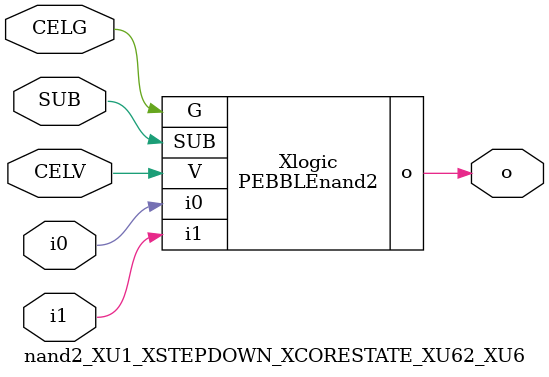
<source format=v>



module PEBBLEnand2 ( o, G, SUB, V, i0, i1 );

  input i0;
  input V;
  input i1;
  input G;
  output o;
  input SUB;
endmodule

//Celera Confidential Do Not Copy nand2_XU1_XSTEPDOWN_XCORESTATE_XU62_XU6
//Celera Confidential Symbol Generator
//5V NAND2
module nand2_XU1_XSTEPDOWN_XCORESTATE_XU62_XU6 (CELV,CELG,i0,i1,o,SUB);
input CELV;
input CELG;
input i0;
input i1;
input SUB;
output o;

//Celera Confidential Do Not Copy nand2
PEBBLEnand2 Xlogic(
.V (CELV),
.i0 (i0),
.i1 (i1),
.o (o),
.SUB (SUB),
.G (CELG)
);
//,diesize,PEBBLEnand2

//Celera Confidential Do Not Copy Module End
//Celera Schematic Generator
endmodule

</source>
